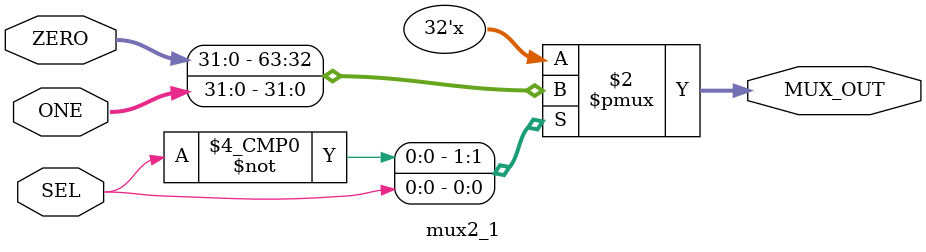
<source format=sv>
`timescale 1ns / 1ps

module mux2_1(
    input [31:0] ZERO, ONE,
    input SEL,
    output logic [31:0] MUX_OUT);
    
    always_comb
    begin
        case(SEL)
        0: MUX_OUT <= ZERO;
        1: MUX_OUT <= ONE; 
        default: MUX_OUT <= ZERO;
        endcase
    end
endmodule

</source>
